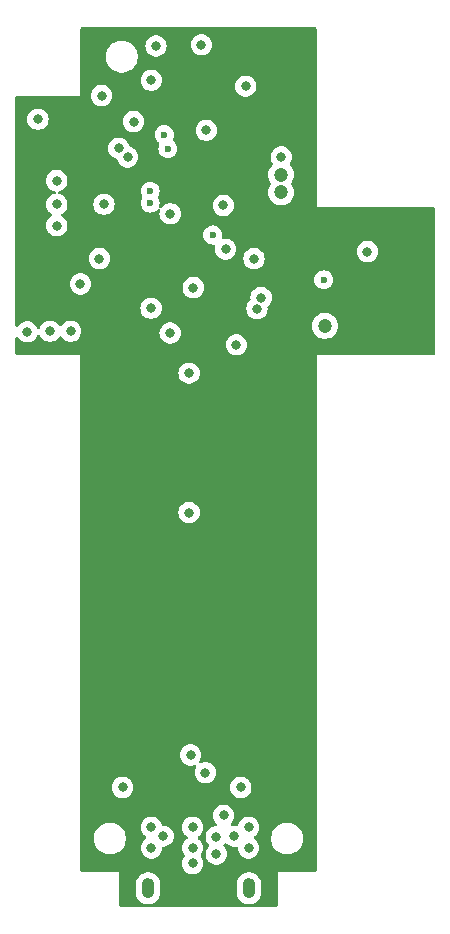
<source format=gbr>
%TF.GenerationSoftware,KiCad,Pcbnew,8.0.7*%
%TF.CreationDate,2024-12-24T11:10:27-06:00*%
%TF.ProjectId,room_environment_monitor,726f6f6d-5f65-46e7-9669-726f6e6d656e,rev?*%
%TF.SameCoordinates,Original*%
%TF.FileFunction,Copper,L3,Inr*%
%TF.FilePolarity,Positive*%
%FSLAX46Y46*%
G04 Gerber Fmt 4.6, Leading zero omitted, Abs format (unit mm)*
G04 Created by KiCad (PCBNEW 8.0.7) date 2024-12-24 11:10:27*
%MOMM*%
%LPD*%
G01*
G04 APERTURE LIST*
%TA.AperFunction,ComponentPad*%
%ADD10O,1.066800X1.701800*%
%TD*%
%TA.AperFunction,ViaPad*%
%ADD11C,0.800000*%
%TD*%
%TA.AperFunction,ViaPad*%
%ADD12C,1.200000*%
%TD*%
%TA.AperFunction,ViaPad*%
%ADD13C,0.600000*%
%TD*%
G04 APERTURE END LIST*
D10*
%TO.N,GND*%
%TO.C,P1*%
X14269999Y-1400003D03*
X5730001Y-1400003D03*
%TD*%
D11*
%TO.N,EN*%
X1600000Y51900000D03*
%TO.N,GND*%
X3575000Y7125000D03*
X-4500000Y45700000D03*
X-2575000Y45750000D03*
X7600000Y45600000D03*
D12*
X17000000Y57500000D03*
D11*
X9325000Y9875000D03*
X10575000Y8375000D03*
X6400000Y69900000D03*
X-2000000Y56500000D03*
X6000000Y3750000D03*
X13200000Y44600000D03*
X4500000Y63500000D03*
X7600000Y55700000D03*
X-2000000Y58500000D03*
X6000000Y2000000D03*
X15300000Y48600000D03*
X9550001Y49443800D03*
D12*
X20700000Y46200000D03*
D11*
X2000000Y56500000D03*
X9200000Y42200000D03*
X14250000Y3750000D03*
X5985081Y47695381D03*
X-2000000Y54700000D03*
X13000000Y3000000D03*
X14700000Y51900000D03*
X9200000Y30400000D03*
X13580000Y7130000D03*
X14250000Y2000000D03*
X7000000Y3000000D03*
X-825000Y45750000D03*
X12100000Y56400000D03*
%TO.N,BOOT*%
X4000000Y60500000D03*
%TO.N,+3V3*%
X11800000Y45100000D03*
X17000000Y44600000D03*
X12600000Y63925000D03*
X6400000Y65700000D03*
X8100000Y52300000D03*
X5075000Y11375000D03*
X13964711Y50443781D03*
X13020000Y65450000D03*
X7815962Y69826194D03*
X-4462299Y49437701D03*
X13200000Y46800000D03*
X5075000Y10375000D03*
X6325000Y11375000D03*
D13*
X10600000Y60900000D03*
D11*
X-2250000Y51750000D03*
X3600000Y65700000D03*
X17650000Y45437500D03*
X6000000Y45750000D03*
%TO.N,+5V*%
X10250000Y70000000D03*
D12*
X17000000Y59000000D03*
D11*
X9500000Y2000000D03*
X11500000Y2950000D03*
X9500000Y3750000D03*
X24300000Y52500000D03*
X11500000Y1500000D03*
%TO.N,NEOPIXEL*%
X10657911Y62763492D03*
X3250000Y61250000D03*
D13*
%TO.N,UART1_RX*%
X7400000Y61200000D03*
X5900000Y56600000D03*
%TO.N,FAN*%
X11200000Y53900000D03*
X20600000Y50100000D03*
%TO.N,UART1_TX_LVL*%
X7100000Y62400000D03*
X5900000Y57600000D03*
D11*
%TO.N,I2C_SDA*%
X12300000Y52700000D03*
X14949051Y47664137D03*
%TO.N,Net-(P1-VCONN)*%
X12120000Y4750000D03*
X9500000Y700000D03*
%TO.N,Net-(J3-Pin_5)*%
X1800000Y65700000D03*
%TO.N,Net-(J3-Pin_6)*%
X-3600000Y63700000D03*
%TO.N,Net-(J2-Pin_2)*%
X17000000Y60500000D03*
X14000000Y66500000D03*
%TO.N,PD*%
X6000000Y67000000D03*
X0Y49750000D03*
%TD*%
%TA.AperFunction,Conductor*%
%TO.N,+3V3*%
G36*
X19943039Y71480315D02*
G01*
X19988794Y71427511D01*
X20000000Y71376000D01*
X20000000Y56250000D01*
X29876000Y56250000D01*
X29943039Y56230315D01*
X29988794Y56177511D01*
X30000000Y56126000D01*
X30000000Y43874000D01*
X29980315Y43806961D01*
X29927511Y43761206D01*
X29876000Y43750000D01*
X20000000Y43750000D01*
X20000000Y124000D01*
X19980315Y56961D01*
X19927511Y11206D01*
X19876000Y0D01*
X16700000Y0D01*
X16700000Y-2876000D01*
X16680315Y-2943039D01*
X16627511Y-2988794D01*
X16576000Y-3000000D01*
X3424000Y-3000000D01*
X3356961Y-2980315D01*
X3311206Y-2927511D01*
X3300000Y-2876000D01*
X3300000Y-980668D01*
X4696101Y-980668D01*
X4696101Y-1819337D01*
X4735831Y-2019073D01*
X4735834Y-2019085D01*
X4813766Y-2207231D01*
X4813773Y-2207244D01*
X4926917Y-2376575D01*
X4926920Y-2376579D01*
X5070924Y-2520583D01*
X5070928Y-2520586D01*
X5240259Y-2633730D01*
X5240272Y-2633737D01*
X5428418Y-2711669D01*
X5428423Y-2711671D01*
X5628166Y-2751402D01*
X5628170Y-2751403D01*
X5628171Y-2751403D01*
X5831832Y-2751403D01*
X5831833Y-2751402D01*
X6031579Y-2711671D01*
X6219736Y-2633734D01*
X6389074Y-2520586D01*
X6533084Y-2376576D01*
X6646232Y-2207238D01*
X6724169Y-2019081D01*
X6763901Y-1819333D01*
X6763901Y-980673D01*
X6763900Y-980668D01*
X13236099Y-980668D01*
X13236099Y-1819337D01*
X13275829Y-2019073D01*
X13275832Y-2019085D01*
X13353764Y-2207231D01*
X13353771Y-2207244D01*
X13466915Y-2376575D01*
X13466918Y-2376579D01*
X13610922Y-2520583D01*
X13610926Y-2520586D01*
X13780257Y-2633730D01*
X13780270Y-2633737D01*
X13968416Y-2711669D01*
X13968421Y-2711671D01*
X14168164Y-2751402D01*
X14168168Y-2751403D01*
X14168169Y-2751403D01*
X14371830Y-2751403D01*
X14371831Y-2751402D01*
X14571577Y-2711671D01*
X14759734Y-2633734D01*
X14929072Y-2520586D01*
X15073082Y-2376576D01*
X15186230Y-2207238D01*
X15264167Y-2019081D01*
X15303899Y-1819333D01*
X15303899Y-980673D01*
X15264167Y-780925D01*
X15264165Y-780920D01*
X15186233Y-592774D01*
X15186226Y-592761D01*
X15073082Y-423430D01*
X15073079Y-423426D01*
X14929075Y-279422D01*
X14929071Y-279419D01*
X14759740Y-166275D01*
X14759727Y-166268D01*
X14571581Y-88336D01*
X14571569Y-88333D01*
X14371833Y-48603D01*
X14371829Y-48603D01*
X14168169Y-48603D01*
X14168164Y-48603D01*
X13968428Y-88333D01*
X13968416Y-88336D01*
X13780270Y-166268D01*
X13780257Y-166275D01*
X13610926Y-279419D01*
X13610922Y-279422D01*
X13466918Y-423426D01*
X13466915Y-423430D01*
X13353771Y-592761D01*
X13353764Y-592774D01*
X13275832Y-780920D01*
X13275829Y-780932D01*
X13236099Y-980668D01*
X6763900Y-980668D01*
X6724169Y-780925D01*
X6724167Y-780920D01*
X6646235Y-592774D01*
X6646228Y-592761D01*
X6533084Y-423430D01*
X6533081Y-423426D01*
X6389077Y-279422D01*
X6389073Y-279419D01*
X6219742Y-166275D01*
X6219729Y-166268D01*
X6031583Y-88336D01*
X6031571Y-88333D01*
X5831835Y-48603D01*
X5831831Y-48603D01*
X5628171Y-48603D01*
X5628166Y-48603D01*
X5428430Y-88333D01*
X5428418Y-88336D01*
X5240272Y-166268D01*
X5240259Y-166275D01*
X5070928Y-279419D01*
X5070924Y-279422D01*
X4926920Y-423426D01*
X4926917Y-423430D01*
X4813773Y-592761D01*
X4813766Y-592774D01*
X4735834Y-780920D01*
X4735831Y-780932D01*
X4696101Y-980668D01*
X3300000Y-980668D01*
X3300000Y0D01*
X124000Y0D01*
X56961Y19685D01*
X11206Y72489D01*
X0Y124000D01*
X0Y2906287D01*
X1149500Y2906287D01*
X1149500Y2693714D01*
X1167237Y2581723D01*
X1182754Y2483757D01*
X1239870Y2307972D01*
X1248444Y2281586D01*
X1344951Y2092180D01*
X1469890Y1920214D01*
X1620213Y1769891D01*
X1792179Y1644952D01*
X1792181Y1644951D01*
X1792184Y1644949D01*
X1981588Y1548443D01*
X2183757Y1482754D01*
X2393713Y1449500D01*
X2393714Y1449500D01*
X2606286Y1449500D01*
X2606287Y1449500D01*
X2816243Y1482754D01*
X3018412Y1548443D01*
X3207816Y1644949D01*
X3229789Y1660914D01*
X3379786Y1769891D01*
X3379788Y1769894D01*
X3379792Y1769896D01*
X3530104Y1920208D01*
X3530106Y1920212D01*
X3530109Y1920214D01*
X3655048Y2092180D01*
X3655047Y2092180D01*
X3655051Y2092184D01*
X3751557Y2281588D01*
X3817246Y2483757D01*
X3850500Y2693713D01*
X3850500Y2906287D01*
X3817246Y3116243D01*
X3751557Y3318412D01*
X3655051Y3507816D01*
X3655049Y3507819D01*
X3655048Y3507821D01*
X3530109Y3679787D01*
X3459896Y3750000D01*
X5094540Y3750000D01*
X5114326Y3561744D01*
X5114327Y3561741D01*
X5172818Y3381723D01*
X5172821Y3381716D01*
X5267467Y3217784D01*
X5339071Y3138260D01*
X5394129Y3077112D01*
X5534236Y2975318D01*
X5576902Y2919988D01*
X5582881Y2850375D01*
X5550275Y2788580D01*
X5534236Y2774682D01*
X5394129Y2672889D01*
X5267466Y2532215D01*
X5172821Y2368285D01*
X5172818Y2368278D01*
X5114327Y2188260D01*
X5114326Y2188256D01*
X5094540Y2000000D01*
X5114326Y1811744D01*
X5114327Y1811741D01*
X5172818Y1631723D01*
X5172821Y1631716D01*
X5267467Y1467784D01*
X5391512Y1330019D01*
X5394129Y1327112D01*
X5547265Y1215852D01*
X5547270Y1215849D01*
X5720192Y1138858D01*
X5720197Y1138856D01*
X5905354Y1099500D01*
X5905355Y1099500D01*
X6094644Y1099500D01*
X6094646Y1099500D01*
X6279803Y1138856D01*
X6452730Y1215849D01*
X6605871Y1327112D01*
X6732533Y1467784D01*
X6827179Y1631716D01*
X6885674Y1811744D01*
X6904247Y1988464D01*
X6930832Y2053076D01*
X6988129Y2093061D01*
X7027568Y2099500D01*
X7094644Y2099500D01*
X7094646Y2099500D01*
X7279803Y2138856D01*
X7452730Y2215849D01*
X7605871Y2327112D01*
X7732533Y2467784D01*
X7827179Y2631716D01*
X7885674Y2811744D01*
X7905460Y3000000D01*
X7885674Y3188256D01*
X7827179Y3368284D01*
X7732533Y3532216D01*
X7605871Y3672888D01*
X7605870Y3672889D01*
X7499736Y3750000D01*
X8594540Y3750000D01*
X8614326Y3561744D01*
X8614327Y3561741D01*
X8672818Y3381723D01*
X8672821Y3381716D01*
X8767467Y3217784D01*
X8839071Y3138260D01*
X8894129Y3077112D01*
X9034236Y2975318D01*
X9076902Y2919988D01*
X9082881Y2850375D01*
X9050275Y2788580D01*
X9034236Y2774682D01*
X8894129Y2672889D01*
X8767466Y2532215D01*
X8672821Y2368285D01*
X8672818Y2368278D01*
X8614327Y2188260D01*
X8614326Y2188256D01*
X8594540Y2000000D01*
X8614326Y1811744D01*
X8614327Y1811741D01*
X8672818Y1631723D01*
X8672821Y1631716D01*
X8767467Y1467784D01*
X8783930Y1449500D01*
X8798812Y1432971D01*
X8829041Y1369979D01*
X8820415Y1300644D01*
X8798812Y1267029D01*
X8767466Y1232215D01*
X8672821Y1068285D01*
X8672818Y1068278D01*
X8640166Y967784D01*
X8614326Y888256D01*
X8594540Y700000D01*
X8614326Y511744D01*
X8614327Y511741D01*
X8672818Y331723D01*
X8672821Y331716D01*
X8767467Y167784D01*
X8867253Y56961D01*
X8894129Y27112D01*
X9047265Y-84148D01*
X9047270Y-84151D01*
X9220192Y-161142D01*
X9220197Y-161144D01*
X9405354Y-200500D01*
X9405355Y-200500D01*
X9594644Y-200500D01*
X9594646Y-200500D01*
X9779803Y-161144D01*
X9952730Y-84151D01*
X10105871Y27112D01*
X10232533Y167784D01*
X10327179Y331716D01*
X10385674Y511744D01*
X10405460Y700000D01*
X10385674Y888256D01*
X10327179Y1068284D01*
X10232533Y1232216D01*
X10201188Y1267028D01*
X10170958Y1330019D01*
X10179583Y1399355D01*
X10201188Y1432972D01*
X10202915Y1434891D01*
X10232533Y1467784D01*
X10327179Y1631716D01*
X10385674Y1811744D01*
X10405460Y2000000D01*
X10385674Y2188256D01*
X10327179Y2368284D01*
X10232533Y2532216D01*
X10105871Y2672888D01*
X10077206Y2693714D01*
X9965763Y2774682D01*
X9923097Y2830012D01*
X9917118Y2899625D01*
X9943697Y2950000D01*
X10594540Y2950000D01*
X10614326Y2761744D01*
X10614327Y2761741D01*
X10672818Y2581723D01*
X10672821Y2581716D01*
X10767467Y2417784D01*
X10787839Y2395159D01*
X10866342Y2307972D01*
X10896572Y2244980D01*
X10887947Y2175645D01*
X10866342Y2142028D01*
X10767466Y2032215D01*
X10672821Y1868285D01*
X10672818Y1868278D01*
X10614327Y1688260D01*
X10614326Y1688256D01*
X10594540Y1500000D01*
X10614326Y1311744D01*
X10614327Y1311741D01*
X10672818Y1131723D01*
X10672821Y1131716D01*
X10767467Y967784D01*
X10839071Y888260D01*
X10894129Y827112D01*
X11047265Y715852D01*
X11047270Y715849D01*
X11220192Y638858D01*
X11220197Y638856D01*
X11405354Y599500D01*
X11405355Y599500D01*
X11594644Y599500D01*
X11594646Y599500D01*
X11779803Y638856D01*
X11952730Y715849D01*
X12105871Y827112D01*
X12232533Y967784D01*
X12327179Y1131716D01*
X12385674Y1311744D01*
X12405460Y1500000D01*
X12385674Y1688256D01*
X12327179Y1868284D01*
X12232533Y2032216D01*
X12133655Y2142031D01*
X12103427Y2205019D01*
X12112052Y2274354D01*
X12133655Y2307970D01*
X12180361Y2359843D01*
X12239847Y2396490D01*
X12309704Y2395159D01*
X12364660Y2359841D01*
X12394129Y2327112D01*
X12547265Y2215852D01*
X12547270Y2215849D01*
X12720192Y2138858D01*
X12720197Y2138856D01*
X12905354Y2099500D01*
X12905355Y2099500D01*
X13094644Y2099500D01*
X13094646Y2099500D01*
X13194760Y2120780D01*
X13264426Y2115464D01*
X13320160Y2073327D01*
X13344265Y2007747D01*
X13344515Y2000241D01*
X13344540Y2000002D01*
X13344540Y2000000D01*
X13364326Y1811744D01*
X13364327Y1811741D01*
X13422818Y1631723D01*
X13422821Y1631716D01*
X13517467Y1467784D01*
X13641512Y1330019D01*
X13644129Y1327112D01*
X13797265Y1215852D01*
X13797270Y1215849D01*
X13970192Y1138858D01*
X13970197Y1138856D01*
X14155354Y1099500D01*
X14155355Y1099500D01*
X14344644Y1099500D01*
X14344646Y1099500D01*
X14529803Y1138856D01*
X14702730Y1215849D01*
X14855871Y1327112D01*
X14982533Y1467784D01*
X15077179Y1631716D01*
X15135674Y1811744D01*
X15155460Y2000000D01*
X15135674Y2188256D01*
X15077179Y2368284D01*
X14982533Y2532216D01*
X14855871Y2672888D01*
X14827206Y2693714D01*
X14715763Y2774682D01*
X14673097Y2830012D01*
X14667118Y2899625D01*
X14670633Y2906287D01*
X16149500Y2906287D01*
X16149500Y2693714D01*
X16167237Y2581723D01*
X16182754Y2483757D01*
X16239870Y2307972D01*
X16248444Y2281586D01*
X16344951Y2092180D01*
X16469890Y1920214D01*
X16620213Y1769891D01*
X16792179Y1644952D01*
X16792181Y1644951D01*
X16792184Y1644949D01*
X16981588Y1548443D01*
X17183757Y1482754D01*
X17393713Y1449500D01*
X17393714Y1449500D01*
X17606286Y1449500D01*
X17606287Y1449500D01*
X17816243Y1482754D01*
X18018412Y1548443D01*
X18207816Y1644949D01*
X18229789Y1660914D01*
X18379786Y1769891D01*
X18379788Y1769894D01*
X18379792Y1769896D01*
X18530104Y1920208D01*
X18530106Y1920212D01*
X18530109Y1920214D01*
X18655048Y2092180D01*
X18655047Y2092180D01*
X18655051Y2092184D01*
X18751557Y2281588D01*
X18817246Y2483757D01*
X18850500Y2693713D01*
X18850500Y2906287D01*
X18817246Y3116243D01*
X18751557Y3318412D01*
X18655051Y3507816D01*
X18655049Y3507819D01*
X18655048Y3507821D01*
X18530109Y3679787D01*
X18379786Y3830110D01*
X18207820Y3955049D01*
X18018414Y4051556D01*
X18018413Y4051557D01*
X18018412Y4051557D01*
X17816243Y4117246D01*
X17816241Y4117247D01*
X17816240Y4117247D01*
X17654957Y4142792D01*
X17606287Y4150500D01*
X17393713Y4150500D01*
X17345042Y4142792D01*
X17183760Y4117247D01*
X16981585Y4051556D01*
X16792179Y3955049D01*
X16620213Y3830110D01*
X16469890Y3679787D01*
X16344951Y3507821D01*
X16248444Y3318415D01*
X16182753Y3116240D01*
X16149500Y2906287D01*
X14670633Y2906287D01*
X14699723Y2961420D01*
X14715763Y2975318D01*
X14749735Y3000000D01*
X14855871Y3077112D01*
X14982533Y3217784D01*
X15077179Y3381716D01*
X15135674Y3561744D01*
X15155460Y3750000D01*
X15135674Y3938256D01*
X15077179Y4118284D01*
X14982533Y4282216D01*
X14855871Y4422888D01*
X14855870Y4422889D01*
X14702734Y4534149D01*
X14702729Y4534152D01*
X14529807Y4611143D01*
X14529802Y4611145D01*
X14384001Y4642135D01*
X14344646Y4650500D01*
X14155354Y4650500D01*
X14122897Y4643602D01*
X13970197Y4611145D01*
X13970192Y4611143D01*
X13797270Y4534152D01*
X13797265Y4534149D01*
X13644129Y4422889D01*
X13517466Y4282215D01*
X13422821Y4118285D01*
X13422819Y4118281D01*
X13369930Y3955505D01*
X13330492Y3897830D01*
X13266133Y3870632D01*
X13226219Y3872534D01*
X13094646Y3900500D01*
X12905354Y3900500D01*
X12860020Y3890864D01*
X12790353Y3896181D01*
X12734620Y3938319D01*
X12710516Y4003900D01*
X12725694Y4072101D01*
X12742084Y4095119D01*
X12852533Y4217784D01*
X12947179Y4381716D01*
X13005674Y4561744D01*
X13025460Y4750000D01*
X13005674Y4938256D01*
X12947179Y5118284D01*
X12852533Y5282216D01*
X12725871Y5422888D01*
X12725870Y5422889D01*
X12572734Y5534149D01*
X12572729Y5534152D01*
X12399807Y5611143D01*
X12399802Y5611145D01*
X12254001Y5642135D01*
X12214646Y5650500D01*
X12025354Y5650500D01*
X11992897Y5643602D01*
X11840197Y5611145D01*
X11840192Y5611143D01*
X11667270Y5534152D01*
X11667265Y5534149D01*
X11514129Y5422889D01*
X11387466Y5282215D01*
X11292821Y5118285D01*
X11292818Y5118278D01*
X11234327Y4938260D01*
X11234326Y4938256D01*
X11214540Y4750000D01*
X11234326Y4561744D01*
X11234327Y4561741D01*
X11292818Y4381723D01*
X11292821Y4381716D01*
X11387467Y4217784D01*
X11477060Y4118281D01*
X11514129Y4077112D01*
X11514132Y4077110D01*
X11517287Y4074817D01*
X11518670Y4073023D01*
X11518958Y4072764D01*
X11518910Y4072712D01*
X11559953Y4019487D01*
X11565931Y3949873D01*
X11533324Y3888079D01*
X11472485Y3853722D01*
X11444401Y3850500D01*
X11405354Y3850500D01*
X11372897Y3843602D01*
X11220197Y3811145D01*
X11220192Y3811143D01*
X11047270Y3734152D01*
X11047265Y3734149D01*
X10894129Y3622889D01*
X10767466Y3482215D01*
X10672821Y3318285D01*
X10672818Y3318278D01*
X10640166Y3217784D01*
X10614326Y3138256D01*
X10594540Y2950000D01*
X9943697Y2950000D01*
X9949723Y2961420D01*
X9965763Y2975318D01*
X9999735Y3000000D01*
X10105871Y3077112D01*
X10232533Y3217784D01*
X10327179Y3381716D01*
X10385674Y3561744D01*
X10405460Y3750000D01*
X10385674Y3938256D01*
X10327179Y4118284D01*
X10232533Y4282216D01*
X10105871Y4422888D01*
X10105870Y4422889D01*
X9952734Y4534149D01*
X9952729Y4534152D01*
X9779807Y4611143D01*
X9779802Y4611145D01*
X9634001Y4642135D01*
X9594646Y4650500D01*
X9405354Y4650500D01*
X9372897Y4643602D01*
X9220197Y4611145D01*
X9220192Y4611143D01*
X9047270Y4534152D01*
X9047265Y4534149D01*
X8894129Y4422889D01*
X8767466Y4282215D01*
X8672821Y4118285D01*
X8672818Y4118278D01*
X8614346Y3938319D01*
X8614326Y3938256D01*
X8594540Y3750000D01*
X7499736Y3750000D01*
X7452734Y3784149D01*
X7452729Y3784152D01*
X7279807Y3861143D01*
X7279802Y3861145D01*
X7107207Y3897830D01*
X7094646Y3900500D01*
X6988033Y3900500D01*
X6920994Y3920185D01*
X6875239Y3972989D01*
X6870102Y3986182D01*
X6827181Y4118278D01*
X6827180Y4118281D01*
X6827179Y4118284D01*
X6732533Y4282216D01*
X6605871Y4422888D01*
X6605870Y4422889D01*
X6452734Y4534149D01*
X6452729Y4534152D01*
X6279807Y4611143D01*
X6279802Y4611145D01*
X6134001Y4642135D01*
X6094646Y4650500D01*
X5905354Y4650500D01*
X5872897Y4643602D01*
X5720197Y4611145D01*
X5720192Y4611143D01*
X5547270Y4534152D01*
X5547265Y4534149D01*
X5394129Y4422889D01*
X5267466Y4282215D01*
X5172821Y4118285D01*
X5172818Y4118278D01*
X5114346Y3938319D01*
X5114326Y3938256D01*
X5094540Y3750000D01*
X3459896Y3750000D01*
X3379786Y3830110D01*
X3207820Y3955049D01*
X3018414Y4051556D01*
X3018413Y4051557D01*
X3018412Y4051557D01*
X2816243Y4117246D01*
X2816241Y4117247D01*
X2816240Y4117247D01*
X2654957Y4142792D01*
X2606287Y4150500D01*
X2393713Y4150500D01*
X2345042Y4142792D01*
X2183760Y4117247D01*
X1981585Y4051556D01*
X1792179Y3955049D01*
X1620213Y3830110D01*
X1469890Y3679787D01*
X1344951Y3507821D01*
X1248444Y3318415D01*
X1182753Y3116240D01*
X1149500Y2906287D01*
X0Y2906287D01*
X0Y7125000D01*
X2669540Y7125000D01*
X2689326Y6936744D01*
X2689327Y6936741D01*
X2747818Y6756723D01*
X2747821Y6756716D01*
X2842467Y6592784D01*
X2964627Y6457112D01*
X2969129Y6452112D01*
X3122265Y6340852D01*
X3122270Y6340849D01*
X3295192Y6263858D01*
X3295197Y6263856D01*
X3480354Y6224500D01*
X3480355Y6224500D01*
X3669644Y6224500D01*
X3669646Y6224500D01*
X3854803Y6263856D01*
X4027730Y6340849D01*
X4180871Y6452112D01*
X4307533Y6592784D01*
X4402179Y6756716D01*
X4460674Y6936744D01*
X4480460Y7125000D01*
X4479934Y7130000D01*
X12674540Y7130000D01*
X12694326Y6941744D01*
X12694327Y6941741D01*
X12752818Y6761723D01*
X12752821Y6761716D01*
X12847467Y6597784D01*
X12974129Y6457112D01*
X13127265Y6345852D01*
X13127270Y6345849D01*
X13300192Y6268858D01*
X13300197Y6268856D01*
X13485354Y6229500D01*
X13485355Y6229500D01*
X13674644Y6229500D01*
X13674646Y6229500D01*
X13859803Y6268856D01*
X14032730Y6345849D01*
X14185871Y6457112D01*
X14312533Y6597784D01*
X14407179Y6761716D01*
X14465674Y6941744D01*
X14485460Y7130000D01*
X14465674Y7318256D01*
X14407179Y7498284D01*
X14312533Y7662216D01*
X14185871Y7802888D01*
X14130959Y7842784D01*
X14032734Y7914149D01*
X14032729Y7914152D01*
X13859807Y7991143D01*
X13859802Y7991145D01*
X13698169Y8025500D01*
X13674646Y8030500D01*
X13485354Y8030500D01*
X13461831Y8025500D01*
X13300197Y7991145D01*
X13300192Y7991143D01*
X13127270Y7914152D01*
X13127265Y7914149D01*
X12974129Y7802889D01*
X12847466Y7662215D01*
X12752821Y7498285D01*
X12752818Y7498278D01*
X12694327Y7318260D01*
X12694326Y7318256D01*
X12674540Y7130000D01*
X4479934Y7130000D01*
X4460674Y7313256D01*
X4402179Y7493284D01*
X4307533Y7657216D01*
X4180871Y7797888D01*
X4119077Y7842784D01*
X4027734Y7909149D01*
X4027729Y7909152D01*
X3854807Y7986143D01*
X3854802Y7986145D01*
X3709001Y8017135D01*
X3669646Y8025500D01*
X3480354Y8025500D01*
X3447897Y8018602D01*
X3295197Y7986145D01*
X3295192Y7986143D01*
X3122270Y7909152D01*
X3122265Y7909149D01*
X2969129Y7797889D01*
X2842466Y7657215D01*
X2747821Y7493285D01*
X2747818Y7493278D01*
X2689327Y7313260D01*
X2689326Y7313256D01*
X2669540Y7125000D01*
X0Y7125000D01*
X0Y9875000D01*
X8419540Y9875000D01*
X8439326Y9686744D01*
X8439327Y9686741D01*
X8497818Y9506723D01*
X8497819Y9506721D01*
X8497821Y9506716D01*
X8592467Y9342784D01*
X8688487Y9236143D01*
X8719129Y9202112D01*
X8872265Y9090852D01*
X8872270Y9090849D01*
X9045192Y9013858D01*
X9045197Y9013856D01*
X9230354Y8974500D01*
X9230355Y8974500D01*
X9419644Y8974500D01*
X9419646Y8974500D01*
X9604803Y9013856D01*
X9642224Y9030518D01*
X9658928Y9037954D01*
X9728178Y9047239D01*
X9791454Y9017611D01*
X9828668Y8958477D01*
X9828004Y8888610D01*
X9816751Y8862675D01*
X9747821Y8743285D01*
X9747818Y8743278D01*
X9689327Y8563260D01*
X9689326Y8563256D01*
X9669540Y8375000D01*
X9689326Y8186744D01*
X9689327Y8186741D01*
X9747818Y8006723D01*
X9747821Y8006716D01*
X9842467Y7842784D01*
X9878389Y7802889D01*
X9969129Y7702112D01*
X10122265Y7590852D01*
X10122270Y7590849D01*
X10295192Y7513858D01*
X10295197Y7513856D01*
X10480354Y7474500D01*
X10480355Y7474500D01*
X10669644Y7474500D01*
X10669646Y7474500D01*
X10854803Y7513856D01*
X11027730Y7590849D01*
X11180871Y7702112D01*
X11307533Y7842784D01*
X11402179Y8006716D01*
X11460674Y8186744D01*
X11480460Y8375000D01*
X11460674Y8563256D01*
X11402179Y8743284D01*
X11307533Y8907216D01*
X11180871Y9047888D01*
X11180870Y9047889D01*
X11027734Y9159149D01*
X11027729Y9159152D01*
X10854807Y9236143D01*
X10854802Y9236145D01*
X10709001Y9267135D01*
X10669646Y9275500D01*
X10480354Y9275500D01*
X10447897Y9268602D01*
X10295197Y9236145D01*
X10295192Y9236143D01*
X10241069Y9212046D01*
X10171819Y9202762D01*
X10108543Y9232391D01*
X10071330Y9291527D01*
X10071996Y9361393D01*
X10083242Y9387315D01*
X10152179Y9506716D01*
X10210674Y9686744D01*
X10230460Y9875000D01*
X10210674Y10063256D01*
X10152179Y10243284D01*
X10057533Y10407216D01*
X9930871Y10547888D01*
X9930870Y10547889D01*
X9777734Y10659149D01*
X9777729Y10659152D01*
X9604807Y10736143D01*
X9604802Y10736145D01*
X9459001Y10767135D01*
X9419646Y10775500D01*
X9230354Y10775500D01*
X9197897Y10768602D01*
X9045197Y10736145D01*
X9045192Y10736143D01*
X8872270Y10659152D01*
X8872265Y10659149D01*
X8719129Y10547889D01*
X8592466Y10407215D01*
X8497821Y10243285D01*
X8497818Y10243278D01*
X8439327Y10063260D01*
X8439326Y10063256D01*
X8419540Y9875000D01*
X0Y9875000D01*
X0Y30400000D01*
X8294540Y30400000D01*
X8314326Y30211744D01*
X8314327Y30211741D01*
X8372818Y30031723D01*
X8372821Y30031716D01*
X8467467Y29867784D01*
X8594129Y29727112D01*
X8747265Y29615852D01*
X8747270Y29615849D01*
X8920192Y29538858D01*
X8920197Y29538856D01*
X9105354Y29499500D01*
X9105355Y29499500D01*
X9294644Y29499500D01*
X9294646Y29499500D01*
X9479803Y29538856D01*
X9652730Y29615849D01*
X9805871Y29727112D01*
X9932533Y29867784D01*
X10027179Y30031716D01*
X10085674Y30211744D01*
X10105460Y30400000D01*
X10085674Y30588256D01*
X10027179Y30768284D01*
X9932533Y30932216D01*
X9805871Y31072888D01*
X9805870Y31072889D01*
X9652734Y31184149D01*
X9652729Y31184152D01*
X9479807Y31261143D01*
X9479802Y31261145D01*
X9334001Y31292135D01*
X9294646Y31300500D01*
X9105354Y31300500D01*
X9072897Y31293602D01*
X8920197Y31261145D01*
X8920192Y31261143D01*
X8747270Y31184152D01*
X8747265Y31184149D01*
X8594129Y31072889D01*
X8467466Y30932215D01*
X8372821Y30768285D01*
X8372818Y30768278D01*
X8314327Y30588260D01*
X8314326Y30588256D01*
X8294540Y30400000D01*
X0Y30400000D01*
X0Y42200000D01*
X8294540Y42200000D01*
X8314326Y42011744D01*
X8314327Y42011741D01*
X8372818Y41831723D01*
X8372821Y41831716D01*
X8467467Y41667784D01*
X8594129Y41527112D01*
X8747265Y41415852D01*
X8747270Y41415849D01*
X8920192Y41338858D01*
X8920197Y41338856D01*
X9105354Y41299500D01*
X9105355Y41299500D01*
X9294644Y41299500D01*
X9294646Y41299500D01*
X9479803Y41338856D01*
X9652730Y41415849D01*
X9805871Y41527112D01*
X9932533Y41667784D01*
X10027179Y41831716D01*
X10085674Y42011744D01*
X10105460Y42200000D01*
X10085674Y42388256D01*
X10027179Y42568284D01*
X9932533Y42732216D01*
X9805871Y42872888D01*
X9805870Y42872889D01*
X9652734Y42984149D01*
X9652729Y42984152D01*
X9479807Y43061143D01*
X9479802Y43061145D01*
X9334001Y43092135D01*
X9294646Y43100500D01*
X9105354Y43100500D01*
X9072897Y43093602D01*
X8920197Y43061145D01*
X8920192Y43061143D01*
X8747270Y42984152D01*
X8747265Y42984149D01*
X8594129Y42872889D01*
X8467466Y42732215D01*
X8372821Y42568285D01*
X8372818Y42568278D01*
X8314327Y42388260D01*
X8314326Y42388256D01*
X8294540Y42200000D01*
X0Y42200000D01*
X0Y43750000D01*
X-5376000Y43750000D01*
X-5443039Y43769685D01*
X-5488794Y43822489D01*
X-5500000Y43874000D01*
X-5500000Y44600000D01*
X12294540Y44600000D01*
X12314326Y44411744D01*
X12314327Y44411741D01*
X12372818Y44231723D01*
X12372821Y44231716D01*
X12467467Y44067784D01*
X12594129Y43927112D01*
X12747265Y43815852D01*
X12747270Y43815849D01*
X12920192Y43738858D01*
X12920197Y43738856D01*
X13105354Y43699500D01*
X13105355Y43699500D01*
X13294644Y43699500D01*
X13294646Y43699500D01*
X13479803Y43738856D01*
X13652730Y43815849D01*
X13805871Y43927112D01*
X13932533Y44067784D01*
X14027179Y44231716D01*
X14085674Y44411744D01*
X14105460Y44600000D01*
X14085674Y44788256D01*
X14027179Y44968284D01*
X13932533Y45132216D01*
X13805871Y45272888D01*
X13805870Y45272889D01*
X13652734Y45384149D01*
X13652729Y45384152D01*
X13479807Y45461143D01*
X13479802Y45461145D01*
X13320004Y45495110D01*
X13294646Y45500500D01*
X13105354Y45500500D01*
X13079996Y45495110D01*
X12920197Y45461145D01*
X12920192Y45461143D01*
X12747270Y45384152D01*
X12747265Y45384149D01*
X12594129Y45272889D01*
X12467466Y45132215D01*
X12372821Y44968285D01*
X12372818Y44968278D01*
X12317979Y44799500D01*
X12314326Y44788256D01*
X12294540Y44600000D01*
X-5500000Y44600000D01*
X-5500000Y45168277D01*
X-5480315Y45235316D01*
X-5427511Y45281071D01*
X-5358353Y45291015D01*
X-5294797Y45261990D01*
X-5268615Y45230279D01*
X-5232818Y45168277D01*
X-5232533Y45167784D01*
X-5105871Y45027112D01*
X-4952735Y44915852D01*
X-4952730Y44915849D01*
X-4779808Y44838858D01*
X-4779803Y44838856D01*
X-4594646Y44799500D01*
X-4594645Y44799500D01*
X-4405356Y44799500D01*
X-4405354Y44799500D01*
X-4220197Y44838856D01*
X-4047270Y44915849D01*
X-3894129Y45027112D01*
X-3767467Y45167784D01*
X-3672821Y45331716D01*
X-3647308Y45410237D01*
X-3607873Y45467911D01*
X-3543514Y45495110D01*
X-3474668Y45483196D01*
X-3423191Y45435952D01*
X-3411448Y45410239D01*
X-3402183Y45381724D01*
X-3402179Y45381716D01*
X-3307533Y45217784D01*
X-3234773Y45136976D01*
X-3180871Y45077112D01*
X-3027735Y44965852D01*
X-3027730Y44965849D01*
X-2854808Y44888858D01*
X-2854803Y44888856D01*
X-2669646Y44849500D01*
X-2669645Y44849500D01*
X-2480356Y44849500D01*
X-2480354Y44849500D01*
X-2295197Y44888856D01*
X-2122270Y44965849D01*
X-1969129Y45077112D01*
X-1842467Y45217784D01*
X-1807387Y45278546D01*
X-1756821Y45326760D01*
X-1688214Y45339984D01*
X-1623349Y45314016D01*
X-1592615Y45278547D01*
X-1564745Y45230276D01*
X-1557533Y45217784D01*
X-1430871Y45077112D01*
X-1277735Y44965852D01*
X-1277730Y44965849D01*
X-1104808Y44888858D01*
X-1104803Y44888856D01*
X-919646Y44849500D01*
X-919645Y44849500D01*
X-730356Y44849500D01*
X-730354Y44849500D01*
X-545197Y44888856D01*
X-372270Y44965849D01*
X-219129Y45077112D01*
X-92467Y45217784D01*
X2179Y45381716D01*
X60674Y45561744D01*
X64695Y45600000D01*
X6694540Y45600000D01*
X6714326Y45411744D01*
X6714327Y45411741D01*
X6772818Y45231723D01*
X6772821Y45231716D01*
X6867467Y45067784D01*
X6957063Y44968278D01*
X6994129Y44927112D01*
X7147265Y44815852D01*
X7147270Y44815849D01*
X7320192Y44738858D01*
X7320197Y44738856D01*
X7505354Y44699500D01*
X7505355Y44699500D01*
X7694644Y44699500D01*
X7694646Y44699500D01*
X7879803Y44738856D01*
X8052730Y44815849D01*
X8205871Y44927112D01*
X8332533Y45067784D01*
X8427179Y45231716D01*
X8485674Y45411744D01*
X8505460Y45600000D01*
X8485674Y45788256D01*
X8427179Y45968284D01*
X8332533Y46132216D01*
X8271499Y46200001D01*
X19594785Y46200001D01*
X19594785Y46200000D01*
X19613602Y45996918D01*
X19669417Y45800753D01*
X19669422Y45800740D01*
X19760327Y45618179D01*
X19883237Y45455419D01*
X20033958Y45318020D01*
X20033960Y45318018D01*
X20106848Y45272888D01*
X20207363Y45210652D01*
X20397544Y45136976D01*
X20598024Y45099500D01*
X20598026Y45099500D01*
X20801974Y45099500D01*
X20801976Y45099500D01*
X21002456Y45136976D01*
X21192637Y45210652D01*
X21366041Y45318019D01*
X21494122Y45434781D01*
X21516762Y45455419D01*
X21521085Y45461143D01*
X21639673Y45618179D01*
X21730582Y45800750D01*
X21786397Y45996917D01*
X21805215Y46200000D01*
X21786397Y46403083D01*
X21730582Y46599250D01*
X21639673Y46781821D01*
X21516764Y46944579D01*
X21516762Y46944582D01*
X21366041Y47081981D01*
X21366039Y47081983D01*
X21192642Y47189345D01*
X21192635Y47189349D01*
X21097546Y47226186D01*
X21002456Y47263024D01*
X20801976Y47300500D01*
X20598024Y47300500D01*
X20397544Y47263024D01*
X20397541Y47263024D01*
X20397541Y47263023D01*
X20207364Y47189349D01*
X20207357Y47189345D01*
X20033960Y47081983D01*
X20033958Y47081981D01*
X19883237Y46944582D01*
X19760327Y46781822D01*
X19669422Y46599261D01*
X19669417Y46599248D01*
X19613602Y46403083D01*
X19594785Y46200001D01*
X8271499Y46200001D01*
X8205871Y46272888D01*
X8205870Y46272889D01*
X8052734Y46384149D01*
X8052729Y46384152D01*
X7879807Y46461143D01*
X7879802Y46461145D01*
X7734001Y46492135D01*
X7694646Y46500500D01*
X7505354Y46500500D01*
X7472897Y46493602D01*
X7320197Y46461145D01*
X7320192Y46461143D01*
X7147270Y46384152D01*
X7147265Y46384149D01*
X6994129Y46272889D01*
X6867466Y46132215D01*
X6772821Y45968285D01*
X6772818Y45968278D01*
X6718382Y45800740D01*
X6714326Y45788256D01*
X6694540Y45600000D01*
X64695Y45600000D01*
X80460Y45750000D01*
X60674Y45938256D01*
X2179Y46118284D01*
X-92467Y46282216D01*
X-219129Y46422888D01*
X-219130Y46422889D01*
X-372266Y46534149D01*
X-372271Y46534152D01*
X-545193Y46611143D01*
X-545198Y46611145D01*
X-690999Y46642135D01*
X-730354Y46650500D01*
X-919646Y46650500D01*
X-952103Y46643602D01*
X-1104803Y46611145D01*
X-1104808Y46611143D01*
X-1277730Y46534152D01*
X-1277735Y46534149D01*
X-1430871Y46422889D01*
X-1557534Y46282215D01*
X-1592613Y46221456D01*
X-1643180Y46173240D01*
X-1711787Y46160017D01*
X-1776652Y46185985D01*
X-1807387Y46221456D01*
X-1818451Y46240619D01*
X-1842467Y46282216D01*
X-1969129Y46422888D01*
X-1969130Y46422889D01*
X-2122266Y46534149D01*
X-2122271Y46534152D01*
X-2295193Y46611143D01*
X-2295198Y46611145D01*
X-2440999Y46642135D01*
X-2480354Y46650500D01*
X-2669646Y46650500D01*
X-2702103Y46643602D01*
X-2854803Y46611145D01*
X-2854808Y46611143D01*
X-3027730Y46534152D01*
X-3027735Y46534149D01*
X-3180871Y46422889D01*
X-3307534Y46282215D01*
X-3402179Y46118285D01*
X-3402182Y46118278D01*
X-3427692Y46039765D01*
X-3467130Y45982089D01*
X-3531488Y45954891D01*
X-3600335Y45966806D01*
X-3651810Y46014050D01*
X-3663554Y46039764D01*
X-3672820Y46068281D01*
X-3672821Y46068282D01*
X-3672821Y46068284D01*
X-3767467Y46232216D01*
X-3894129Y46372888D01*
X-3909631Y46384151D01*
X-4047266Y46484149D01*
X-4047271Y46484152D01*
X-4220193Y46561143D01*
X-4220198Y46561145D01*
X-4365999Y46592135D01*
X-4405354Y46600500D01*
X-4594646Y46600500D01*
X-4627103Y46593602D01*
X-4779803Y46561145D01*
X-4779808Y46561143D01*
X-4952730Y46484152D01*
X-4952735Y46484149D01*
X-5105871Y46372889D01*
X-5232535Y46232215D01*
X-5268613Y46169724D01*
X-5319180Y46121508D01*
X-5387787Y46108285D01*
X-5452652Y46134253D01*
X-5493180Y46191167D01*
X-5500000Y46231724D01*
X-5500000Y47695381D01*
X5079621Y47695381D01*
X5099407Y47507125D01*
X5099408Y47507122D01*
X5157899Y47327104D01*
X5157902Y47327097D01*
X5252548Y47163165D01*
X5325645Y47081983D01*
X5379210Y47022493D01*
X5532346Y46911233D01*
X5532351Y46911230D01*
X5705273Y46834239D01*
X5705278Y46834237D01*
X5890435Y46794881D01*
X5890436Y46794881D01*
X6079725Y46794881D01*
X6079727Y46794881D01*
X6264884Y46834237D01*
X6437811Y46911230D01*
X6590952Y47022493D01*
X6717614Y47163165D01*
X6812260Y47327097D01*
X6870755Y47507125D01*
X6887257Y47664137D01*
X14043591Y47664137D01*
X14063377Y47475881D01*
X14063378Y47475878D01*
X14121869Y47295860D01*
X14121872Y47295853D01*
X14216518Y47131921D01*
X14315048Y47022493D01*
X14343180Y46991249D01*
X14496316Y46879989D01*
X14496321Y46879986D01*
X14669243Y46802995D01*
X14669248Y46802993D01*
X14854405Y46763637D01*
X14854406Y46763637D01*
X15043695Y46763637D01*
X15043697Y46763637D01*
X15228854Y46802993D01*
X15401781Y46879986D01*
X15554922Y46991249D01*
X15681584Y47131921D01*
X15776230Y47295853D01*
X15834725Y47475881D01*
X15854511Y47664137D01*
X15839959Y47802594D01*
X15852527Y47871318D01*
X15890394Y47915868D01*
X15905871Y47927112D01*
X16032533Y48067784D01*
X16127179Y48231716D01*
X16185674Y48411744D01*
X16205460Y48600000D01*
X16185674Y48788256D01*
X16127179Y48968284D01*
X16032533Y49132216D01*
X15905871Y49272888D01*
X15905870Y49272889D01*
X15752734Y49384149D01*
X15752729Y49384152D01*
X15579807Y49461143D01*
X15579802Y49461145D01*
X15434001Y49492135D01*
X15394646Y49500500D01*
X15205354Y49500500D01*
X15172897Y49493602D01*
X15020197Y49461145D01*
X15020192Y49461143D01*
X14847270Y49384152D01*
X14847265Y49384149D01*
X14694129Y49272889D01*
X14567466Y49132215D01*
X14472821Y48968285D01*
X14472818Y48968278D01*
X14414327Y48788260D01*
X14414326Y48788256D01*
X14400810Y48659652D01*
X14394540Y48600000D01*
X14409091Y48461549D01*
X14396521Y48392819D01*
X14358660Y48348274D01*
X14343185Y48337031D01*
X14343174Y48337021D01*
X14216517Y48196352D01*
X14121872Y48032422D01*
X14121869Y48032415D01*
X14063378Y47852397D01*
X14063377Y47852393D01*
X14043591Y47664137D01*
X6887257Y47664137D01*
X6890541Y47695381D01*
X6870755Y47883637D01*
X6812260Y48063665D01*
X6717614Y48227597D01*
X6590952Y48368269D01*
X6531114Y48411744D01*
X6437815Y48479530D01*
X6437810Y48479533D01*
X6264888Y48556524D01*
X6264883Y48556526D01*
X6119082Y48587516D01*
X6079727Y48595881D01*
X5890435Y48595881D01*
X5857978Y48588983D01*
X5705278Y48556526D01*
X5705273Y48556524D01*
X5532351Y48479533D01*
X5532346Y48479530D01*
X5379210Y48368270D01*
X5252547Y48227596D01*
X5157902Y48063666D01*
X5157899Y48063659D01*
X5099408Y47883641D01*
X5099407Y47883637D01*
X5079621Y47695381D01*
X-5500000Y47695381D01*
X-5500000Y49750000D01*
X-905460Y49750000D01*
X-885674Y49561744D01*
X-885673Y49561741D01*
X-827182Y49381723D01*
X-827179Y49381716D01*
X-732533Y49217784D01*
X-655487Y49132216D01*
X-605871Y49077112D01*
X-452735Y48965852D01*
X-452730Y48965849D01*
X-279808Y48888858D01*
X-279803Y48888856D01*
X-94646Y48849500D01*
X-94645Y48849500D01*
X94644Y48849500D01*
X94646Y48849500D01*
X279803Y48888856D01*
X452730Y48965849D01*
X605871Y49077112D01*
X732533Y49217784D01*
X827179Y49381716D01*
X847351Y49443800D01*
X8644541Y49443800D01*
X8664327Y49255544D01*
X8664328Y49255541D01*
X8722819Y49075523D01*
X8722822Y49075516D01*
X8817468Y48911584D01*
X8873369Y48849500D01*
X8944130Y48770912D01*
X9097266Y48659652D01*
X9097271Y48659649D01*
X9270193Y48582658D01*
X9270198Y48582656D01*
X9455355Y48543300D01*
X9455356Y48543300D01*
X9644645Y48543300D01*
X9644647Y48543300D01*
X9829804Y48582656D01*
X10002731Y48659649D01*
X10155872Y48770912D01*
X10282534Y48911584D01*
X10377180Y49075516D01*
X10435675Y49255544D01*
X10455461Y49443800D01*
X10435675Y49632056D01*
X10377180Y49812084D01*
X10282534Y49976016D01*
X10170894Y50100004D01*
X19794435Y50100004D01*
X19794435Y50099997D01*
X19814630Y49920751D01*
X19814631Y49920746D01*
X19874211Y49750477D01*
X19970184Y49597738D01*
X20097738Y49470184D01*
X20112127Y49461143D01*
X20238522Y49381723D01*
X20250478Y49374211D01*
X20420745Y49314632D01*
X20420750Y49314631D01*
X20599996Y49294435D01*
X20600000Y49294435D01*
X20600004Y49294435D01*
X20779249Y49314631D01*
X20779252Y49314632D01*
X20779255Y49314632D01*
X20949522Y49374211D01*
X21102262Y49470184D01*
X21229816Y49597738D01*
X21325789Y49750478D01*
X21385368Y49920745D01*
X21387341Y49938256D01*
X21405565Y50099997D01*
X21405565Y50100004D01*
X21385369Y50279250D01*
X21385368Y50279255D01*
X21362608Y50344300D01*
X21325789Y50449522D01*
X21229816Y50602262D01*
X21102262Y50729816D01*
X20949523Y50825789D01*
X20779254Y50885369D01*
X20779249Y50885370D01*
X20600004Y50905565D01*
X20599996Y50905565D01*
X20420750Y50885370D01*
X20420745Y50885369D01*
X20250476Y50825789D01*
X20097737Y50729816D01*
X19970184Y50602263D01*
X19874211Y50449524D01*
X19814631Y50279255D01*
X19814630Y50279250D01*
X19794435Y50100004D01*
X10170894Y50100004D01*
X10155872Y50116688D01*
X10153684Y50118278D01*
X10002735Y50227949D01*
X10002730Y50227952D01*
X9829808Y50304943D01*
X9829803Y50304945D01*
X9684002Y50335935D01*
X9644647Y50344300D01*
X9455355Y50344300D01*
X9422898Y50337402D01*
X9270198Y50304945D01*
X9270193Y50304943D01*
X9097271Y50227952D01*
X9097266Y50227949D01*
X8944130Y50116689D01*
X8817467Y49976015D01*
X8722822Y49812085D01*
X8722819Y49812078D01*
X8664328Y49632060D01*
X8664327Y49632056D01*
X8644541Y49443800D01*
X847351Y49443800D01*
X885674Y49561744D01*
X905460Y49750000D01*
X885674Y49938256D01*
X827179Y50118284D01*
X732533Y50282216D01*
X605871Y50422888D01*
X605870Y50422889D01*
X452734Y50534149D01*
X452729Y50534152D01*
X279807Y50611143D01*
X279802Y50611145D01*
X134001Y50642135D01*
X94646Y50650500D01*
X-94646Y50650500D01*
X-127103Y50643602D01*
X-279803Y50611145D01*
X-279808Y50611143D01*
X-452730Y50534152D01*
X-452735Y50534149D01*
X-605871Y50422889D01*
X-732534Y50282215D01*
X-827179Y50118285D01*
X-827182Y50118278D01*
X-885673Y49938260D01*
X-885674Y49938256D01*
X-905460Y49750000D01*
X-5500000Y49750000D01*
X-5500000Y51900000D01*
X694540Y51900000D01*
X714326Y51711744D01*
X714327Y51711741D01*
X772818Y51531723D01*
X772821Y51531716D01*
X867467Y51367784D01*
X994129Y51227112D01*
X1147265Y51115852D01*
X1147270Y51115849D01*
X1320192Y51038858D01*
X1320197Y51038856D01*
X1505354Y50999500D01*
X1505355Y50999500D01*
X1694644Y50999500D01*
X1694646Y50999500D01*
X1879803Y51038856D01*
X2052730Y51115849D01*
X2205871Y51227112D01*
X2332533Y51367784D01*
X2427179Y51531716D01*
X2485674Y51711744D01*
X2505460Y51900000D01*
X2485674Y52088256D01*
X2427179Y52268284D01*
X2332533Y52432216D01*
X2205871Y52572888D01*
X2205870Y52572889D01*
X2052734Y52684149D01*
X2052729Y52684152D01*
X1879807Y52761143D01*
X1879802Y52761145D01*
X1734001Y52792135D01*
X1694646Y52800500D01*
X1505354Y52800500D01*
X1472897Y52793602D01*
X1320197Y52761145D01*
X1320192Y52761143D01*
X1147270Y52684152D01*
X1147265Y52684149D01*
X994129Y52572889D01*
X867466Y52432215D01*
X772821Y52268285D01*
X772818Y52268278D01*
X740166Y52167784D01*
X714326Y52088256D01*
X694540Y51900000D01*
X-5500000Y51900000D01*
X-5500000Y58500000D01*
X-2905460Y58500000D01*
X-2885674Y58311744D01*
X-2885673Y58311741D01*
X-2827182Y58131723D01*
X-2827179Y58131716D01*
X-2732533Y57967784D01*
X-2605871Y57827112D01*
X-2452735Y57715852D01*
X-2452730Y57715849D01*
X-2279808Y57638858D01*
X-2279803Y57638856D01*
X-2197161Y57621290D01*
X-2135679Y57588098D01*
X-2101903Y57526935D01*
X-2106555Y57457220D01*
X-2148160Y57401088D01*
X-2197161Y57378710D01*
X-2279803Y57361145D01*
X-2279808Y57361143D01*
X-2452730Y57284152D01*
X-2452735Y57284149D01*
X-2605871Y57172889D01*
X-2732534Y57032215D01*
X-2827179Y56868285D01*
X-2827182Y56868278D01*
X-2885673Y56688260D01*
X-2885674Y56688256D01*
X-2905460Y56500000D01*
X-2885674Y56311744D01*
X-2885673Y56311741D01*
X-2827182Y56131723D01*
X-2827179Y56131716D01*
X-2732533Y55967784D01*
X-2660931Y55888262D01*
X-2605871Y55827112D01*
X-2452735Y55715852D01*
X-2452733Y55715851D01*
X-2452730Y55715849D01*
X-2446957Y55713279D01*
X-2393720Y55668028D01*
X-2373400Y55601178D01*
X-2392446Y55533955D01*
X-2444813Y55487700D01*
X-2446928Y55486735D01*
X-2449849Y55485434D01*
X-2452733Y55484150D01*
X-2452735Y55484149D01*
X-2605871Y55372889D01*
X-2732534Y55232215D01*
X-2827179Y55068285D01*
X-2827182Y55068278D01*
X-2885673Y54888260D01*
X-2885674Y54888256D01*
X-2905460Y54700000D01*
X-2885674Y54511744D01*
X-2885673Y54511741D01*
X-2827182Y54331723D01*
X-2827179Y54331716D01*
X-2732533Y54167784D01*
X-2652821Y54079255D01*
X-2605871Y54027112D01*
X-2452735Y53915852D01*
X-2452730Y53915849D01*
X-2279808Y53838858D01*
X-2279803Y53838856D01*
X-2094646Y53799500D01*
X-2094645Y53799500D01*
X-1905356Y53799500D01*
X-1905354Y53799500D01*
X-1720197Y53838856D01*
X-1582858Y53900004D01*
X10394435Y53900004D01*
X10394435Y53899997D01*
X10414630Y53720751D01*
X10414631Y53720746D01*
X10474211Y53550477D01*
X10515886Y53484152D01*
X10570184Y53397738D01*
X10697738Y53270184D01*
X10850478Y53174211D01*
X11020745Y53114632D01*
X11020750Y53114631D01*
X11199996Y53094435D01*
X11200000Y53094435D01*
X11200004Y53094435D01*
X11300703Y53105781D01*
X11369524Y53093727D01*
X11420904Y53046377D01*
X11438528Y52978767D01*
X11432517Y52944243D01*
X11414326Y52888256D01*
X11394540Y52700000D01*
X11414326Y52511744D01*
X11414327Y52511741D01*
X11472818Y52331723D01*
X11472821Y52331716D01*
X11567467Y52167784D01*
X11599937Y52131723D01*
X11694129Y52027112D01*
X11847265Y51915852D01*
X11847270Y51915849D01*
X12020192Y51838858D01*
X12020197Y51838856D01*
X12205354Y51799500D01*
X12205355Y51799500D01*
X12394644Y51799500D01*
X12394646Y51799500D01*
X12579803Y51838856D01*
X12717133Y51900000D01*
X13794540Y51900000D01*
X13814326Y51711744D01*
X13814327Y51711741D01*
X13872818Y51531723D01*
X13872821Y51531716D01*
X13967467Y51367784D01*
X14094129Y51227112D01*
X14247265Y51115852D01*
X14247270Y51115849D01*
X14420192Y51038858D01*
X14420197Y51038856D01*
X14605354Y50999500D01*
X14605355Y50999500D01*
X14794644Y50999500D01*
X14794646Y50999500D01*
X14979803Y51038856D01*
X15152730Y51115849D01*
X15305871Y51227112D01*
X15432533Y51367784D01*
X15527179Y51531716D01*
X15585674Y51711744D01*
X15605460Y51900000D01*
X15585674Y52088256D01*
X15527179Y52268284D01*
X15432533Y52432216D01*
X15371500Y52500000D01*
X23394540Y52500000D01*
X23414326Y52311744D01*
X23414327Y52311741D01*
X23472818Y52131723D01*
X23472821Y52131716D01*
X23567467Y51967784D01*
X23683553Y51838858D01*
X23694129Y51827112D01*
X23847265Y51715852D01*
X23847270Y51715849D01*
X24020192Y51638858D01*
X24020197Y51638856D01*
X24205354Y51599500D01*
X24205355Y51599500D01*
X24394644Y51599500D01*
X24394646Y51599500D01*
X24579803Y51638856D01*
X24752730Y51715849D01*
X24905871Y51827112D01*
X25032533Y51967784D01*
X25127179Y52131716D01*
X25185674Y52311744D01*
X25205460Y52500000D01*
X25185674Y52688256D01*
X25127179Y52868284D01*
X25032533Y53032216D01*
X24905871Y53172888D01*
X24904049Y53174212D01*
X24752734Y53284149D01*
X24752729Y53284152D01*
X24579807Y53361143D01*
X24579802Y53361145D01*
X24407640Y53397738D01*
X24394646Y53400500D01*
X24205354Y53400500D01*
X24192360Y53397738D01*
X24020197Y53361145D01*
X24020192Y53361143D01*
X23847270Y53284152D01*
X23847265Y53284149D01*
X23694129Y53172889D01*
X23567466Y53032215D01*
X23472821Y52868285D01*
X23472818Y52868278D01*
X23418142Y52700000D01*
X23414326Y52688256D01*
X23394540Y52500000D01*
X15371500Y52500000D01*
X15305871Y52572888D01*
X15305870Y52572889D01*
X15152734Y52684149D01*
X15152729Y52684152D01*
X14979807Y52761143D01*
X14979802Y52761145D01*
X14834001Y52792135D01*
X14794646Y52800500D01*
X14605354Y52800500D01*
X14572897Y52793602D01*
X14420197Y52761145D01*
X14420192Y52761143D01*
X14247270Y52684152D01*
X14247265Y52684149D01*
X14094129Y52572889D01*
X13967466Y52432215D01*
X13872821Y52268285D01*
X13872818Y52268278D01*
X13840166Y52167784D01*
X13814326Y52088256D01*
X13794540Y51900000D01*
X12717133Y51900000D01*
X12752730Y51915849D01*
X12905871Y52027112D01*
X13032533Y52167784D01*
X13127179Y52331716D01*
X13185674Y52511744D01*
X13205460Y52700000D01*
X13185674Y52888256D01*
X13127179Y53068284D01*
X13032533Y53232216D01*
X12905871Y53372888D01*
X12871668Y53397738D01*
X12752734Y53484149D01*
X12752729Y53484152D01*
X12579807Y53561143D01*
X12579802Y53561145D01*
X12434001Y53592135D01*
X12394646Y53600500D01*
X12205354Y53600500D01*
X12205353Y53600500D01*
X12134350Y53585408D01*
X12064683Y53590724D01*
X12008950Y53632861D01*
X11984845Y53698441D01*
X11985350Y53720581D01*
X12005565Y53899997D01*
X12005565Y53900004D01*
X11985369Y54079250D01*
X11985368Y54079255D01*
X11925788Y54249524D01*
X11829815Y54402263D01*
X11702262Y54529816D01*
X11549523Y54625789D01*
X11379254Y54685369D01*
X11379249Y54685370D01*
X11200004Y54705565D01*
X11199996Y54705565D01*
X11020750Y54685370D01*
X11020745Y54685369D01*
X10850476Y54625789D01*
X10697737Y54529816D01*
X10570184Y54402263D01*
X10474211Y54249524D01*
X10414631Y54079255D01*
X10414630Y54079250D01*
X10394435Y53900004D01*
X-1582858Y53900004D01*
X-1547270Y53915849D01*
X-1394129Y54027112D01*
X-1267467Y54167784D01*
X-1172821Y54331716D01*
X-1114326Y54511744D01*
X-1094540Y54700000D01*
X-1114326Y54888256D01*
X-1172821Y55068284D01*
X-1267467Y55232216D01*
X-1394129Y55372888D01*
X-1394130Y55372889D01*
X-1547266Y55484149D01*
X-1547269Y55484150D01*
X-1547270Y55484151D01*
X-1553043Y55486721D01*
X-1606279Y55531969D01*
X-1626601Y55598818D01*
X-1607557Y55666042D01*
X-1555191Y55712298D01*
X-1553080Y55713263D01*
X-1547270Y55715849D01*
X-1394129Y55827112D01*
X-1267467Y55967784D01*
X-1172821Y56131716D01*
X-1114326Y56311744D01*
X-1094540Y56500000D01*
X1094540Y56500000D01*
X1114326Y56311744D01*
X1114327Y56311741D01*
X1172818Y56131723D01*
X1172821Y56131716D01*
X1267467Y55967784D01*
X1339069Y55888262D01*
X1394129Y55827112D01*
X1547265Y55715852D01*
X1547270Y55715849D01*
X1720192Y55638858D01*
X1720197Y55638856D01*
X1905354Y55599500D01*
X1905355Y55599500D01*
X2094644Y55599500D01*
X2094646Y55599500D01*
X2279803Y55638856D01*
X2452730Y55715849D01*
X2605871Y55827112D01*
X2732533Y55967784D01*
X2827179Y56131716D01*
X2885674Y56311744D01*
X2905460Y56500000D01*
X2885674Y56688256D01*
X2827179Y56868284D01*
X2732533Y57032216D01*
X2605871Y57172888D01*
X2590369Y57184151D01*
X2452734Y57284149D01*
X2452729Y57284152D01*
X2279807Y57361143D01*
X2279802Y57361145D01*
X2134001Y57392135D01*
X2094646Y57400500D01*
X1905354Y57400500D01*
X1872897Y57393602D01*
X1720197Y57361145D01*
X1720192Y57361143D01*
X1547270Y57284152D01*
X1547265Y57284149D01*
X1394129Y57172889D01*
X1267466Y57032215D01*
X1172821Y56868285D01*
X1172818Y56868278D01*
X1114327Y56688260D01*
X1114326Y56688256D01*
X1094540Y56500000D01*
X-1094540Y56500000D01*
X-1114326Y56688256D01*
X-1172821Y56868284D01*
X-1267467Y57032216D01*
X-1394129Y57172888D01*
X-1409631Y57184151D01*
X-1547266Y57284149D01*
X-1547271Y57284152D01*
X-1720193Y57361143D01*
X-1720200Y57361145D01*
X-1802839Y57378710D01*
X-1864321Y57411902D01*
X-1898098Y57473065D01*
X-1893446Y57542779D01*
X-1851842Y57598912D01*
X-1849451Y57600004D01*
X5094435Y57600004D01*
X5094435Y57599997D01*
X5114630Y57420751D01*
X5114633Y57420738D01*
X5174209Y57250480D01*
X5227309Y57165971D01*
X5246309Y57098734D01*
X5227309Y57034029D01*
X5174209Y56949521D01*
X5114633Y56779263D01*
X5114630Y56779250D01*
X5094435Y56600004D01*
X5094435Y56599997D01*
X5114630Y56420751D01*
X5114631Y56420746D01*
X5174211Y56250477D01*
X5244797Y56138141D01*
X5270184Y56097738D01*
X5397738Y55970184D01*
X5401558Y55967784D01*
X5528125Y55888256D01*
X5550478Y55874211D01*
X5685079Y55827112D01*
X5720745Y55814632D01*
X5720750Y55814631D01*
X5899996Y55794435D01*
X5900000Y55794435D01*
X5900004Y55794435D01*
X6079249Y55814631D01*
X6079252Y55814632D01*
X6079255Y55814632D01*
X6249522Y55874211D01*
X6402262Y55970184D01*
X6529816Y56097738D01*
X6529826Y56097756D01*
X6530018Y56097994D01*
X6530199Y56098122D01*
X6534740Y56102662D01*
X6535534Y56101868D01*
X6587202Y56138141D01*
X6657013Y56141000D01*
X6717287Y56105662D01*
X6748888Y56043347D01*
X6744906Y55982376D01*
X6714327Y55888262D01*
X6714327Y55888260D01*
X6714326Y55888256D01*
X6694540Y55700000D01*
X6714326Y55511744D01*
X6714327Y55511741D01*
X6772818Y55331723D01*
X6772821Y55331716D01*
X6867467Y55167784D01*
X6957063Y55068278D01*
X6994129Y55027112D01*
X7147265Y54915852D01*
X7147270Y54915849D01*
X7320192Y54838858D01*
X7320197Y54838856D01*
X7505354Y54799500D01*
X7505355Y54799500D01*
X7694644Y54799500D01*
X7694646Y54799500D01*
X7879803Y54838856D01*
X8052730Y54915849D01*
X8205871Y55027112D01*
X8332533Y55167784D01*
X8427179Y55331716D01*
X8485674Y55511744D01*
X8505460Y55700000D01*
X8485674Y55888256D01*
X8427179Y56068284D01*
X8332533Y56232216D01*
X8205871Y56372888D01*
X8169243Y56399500D01*
X8168555Y56400000D01*
X11194540Y56400000D01*
X11214326Y56211744D01*
X11214327Y56211741D01*
X11272818Y56031723D01*
X11272821Y56031716D01*
X11367467Y55867784D01*
X11433511Y55794435D01*
X11494129Y55727112D01*
X11647265Y55615852D01*
X11647270Y55615849D01*
X11820192Y55538858D01*
X11820197Y55538856D01*
X12005354Y55499500D01*
X12005355Y55499500D01*
X12194644Y55499500D01*
X12194646Y55499500D01*
X12379803Y55538856D01*
X12552730Y55615849D01*
X12705871Y55727112D01*
X12832533Y55867784D01*
X12927179Y56031716D01*
X12985674Y56211744D01*
X13005460Y56400000D01*
X12985674Y56588256D01*
X12927179Y56768284D01*
X12832533Y56932216D01*
X12705871Y57072888D01*
X12670297Y57098734D01*
X12552734Y57184149D01*
X12552729Y57184152D01*
X12379807Y57261143D01*
X12379802Y57261145D01*
X12234001Y57292135D01*
X12194646Y57300500D01*
X12005354Y57300500D01*
X11972897Y57293602D01*
X11820197Y57261145D01*
X11820192Y57261143D01*
X11647270Y57184152D01*
X11647265Y57184149D01*
X11494129Y57072889D01*
X11367466Y56932215D01*
X11272821Y56768285D01*
X11272818Y56768278D01*
X11223996Y56618018D01*
X11214326Y56588256D01*
X11194540Y56400000D01*
X8168555Y56400000D01*
X8052734Y56484149D01*
X8052729Y56484152D01*
X7879807Y56561143D01*
X7879802Y56561145D01*
X7697012Y56599997D01*
X7694646Y56600500D01*
X7505354Y56600500D01*
X7502988Y56599997D01*
X7320197Y56561145D01*
X7320192Y56561143D01*
X7147270Y56484152D01*
X7147265Y56484149D01*
X6994129Y56372889D01*
X6994128Y56372888D01*
X6874806Y56240368D01*
X6815320Y56203720D01*
X6745463Y56205051D01*
X6687415Y56243938D01*
X6659605Y56308035D01*
X6665616Y56364297D01*
X6685367Y56420741D01*
X6685369Y56420751D01*
X6705565Y56599997D01*
X6705565Y56600004D01*
X6685369Y56779250D01*
X6685368Y56779255D01*
X6625788Y56949525D01*
X6572691Y57034027D01*
X6553690Y57101264D01*
X6572691Y57165973D01*
X6625788Y57250476D01*
X6625789Y57250478D01*
X6685368Y57420745D01*
X6704224Y57588098D01*
X6705565Y57599997D01*
X6705565Y57600004D01*
X6685369Y57779250D01*
X6685368Y57779255D01*
X6668622Y57827112D01*
X6625789Y57949522D01*
X6529816Y58102262D01*
X6402262Y58229816D01*
X6378767Y58244579D01*
X6249523Y58325789D01*
X6079254Y58385369D01*
X6079249Y58385370D01*
X5900004Y58405565D01*
X5899996Y58405565D01*
X5720750Y58385370D01*
X5720745Y58385369D01*
X5550476Y58325789D01*
X5397737Y58229816D01*
X5270184Y58102263D01*
X5174211Y57949524D01*
X5114631Y57779255D01*
X5114630Y57779250D01*
X5094435Y57600004D01*
X-1849451Y57600004D01*
X-1802839Y57621290D01*
X-1796799Y57622574D01*
X-1720197Y57638856D01*
X-1547270Y57715849D01*
X-1394129Y57827112D01*
X-1267467Y57967784D01*
X-1172821Y58131716D01*
X-1114326Y58311744D01*
X-1094540Y58500000D01*
X-1114326Y58688256D01*
X-1172821Y58868284D01*
X-1248868Y59000001D01*
X15894785Y59000001D01*
X15894785Y59000000D01*
X15913602Y58796918D01*
X15969417Y58600753D01*
X15969422Y58600740D01*
X16060328Y58418176D01*
X16130898Y58324726D01*
X16155590Y58259365D01*
X16141025Y58191030D01*
X16130898Y58175274D01*
X16060328Y58081825D01*
X15969422Y57899261D01*
X15969417Y57899248D01*
X15913602Y57703083D01*
X15894785Y57500001D01*
X15894785Y57500000D01*
X15913602Y57296918D01*
X15969417Y57100753D01*
X15969422Y57100740D01*
X16060327Y56918179D01*
X16183237Y56755419D01*
X16333958Y56618020D01*
X16333960Y56618018D01*
X16382028Y56588256D01*
X16507363Y56510652D01*
X16697544Y56436976D01*
X16898024Y56399500D01*
X16898026Y56399500D01*
X17101974Y56399500D01*
X17101976Y56399500D01*
X17302456Y56436976D01*
X17492637Y56510652D01*
X17666041Y56618019D01*
X17816764Y56755421D01*
X17939673Y56918179D01*
X18030582Y57100750D01*
X18086397Y57296917D01*
X18105215Y57500000D01*
X18095948Y57600004D01*
X18086397Y57703083D01*
X18051107Y57827112D01*
X18030582Y57899250D01*
X17939673Y58081821D01*
X17869100Y58175275D01*
X17844409Y58240634D01*
X17858974Y58308969D01*
X17869098Y58324724D01*
X17939673Y58418179D01*
X18030582Y58600750D01*
X18086397Y58796917D01*
X18105215Y59000000D01*
X18086397Y59203083D01*
X18030582Y59399250D01*
X17939673Y59581821D01*
X17816764Y59744579D01*
X17816762Y59744582D01*
X17750540Y59804951D01*
X17714258Y59864662D01*
X17716019Y59934510D01*
X17729875Y59961815D01*
X17729284Y59962156D01*
X17753071Y60003358D01*
X17827179Y60131716D01*
X17885674Y60311744D01*
X17905460Y60500000D01*
X17885674Y60688256D01*
X17827179Y60868284D01*
X17732533Y61032216D01*
X17605871Y61172888D01*
X17568559Y61199997D01*
X17452734Y61284149D01*
X17452729Y61284152D01*
X17279807Y61361143D01*
X17279802Y61361145D01*
X17134001Y61392135D01*
X17094646Y61400500D01*
X16905354Y61400500D01*
X16872897Y61393602D01*
X16720197Y61361145D01*
X16720192Y61361143D01*
X16547270Y61284152D01*
X16547265Y61284149D01*
X16394129Y61172889D01*
X16267466Y61032215D01*
X16172821Y60868285D01*
X16172818Y60868278D01*
X16123921Y60717786D01*
X16114326Y60688256D01*
X16094540Y60500000D01*
X16114326Y60311744D01*
X16114327Y60311741D01*
X16172818Y60131723D01*
X16172821Y60131716D01*
X16270716Y59962156D01*
X16269169Y59961264D01*
X16289719Y59903660D01*
X16273890Y59835607D01*
X16249460Y59804952D01*
X16183238Y59744582D01*
X16060327Y59581822D01*
X15969422Y59399261D01*
X15969417Y59399248D01*
X15913602Y59203083D01*
X15894785Y59000001D01*
X-1248868Y59000001D01*
X-1267467Y59032216D01*
X-1394129Y59172888D01*
X-1394130Y59172889D01*
X-1547266Y59284149D01*
X-1547271Y59284152D01*
X-1720193Y59361143D01*
X-1720198Y59361145D01*
X-1865999Y59392135D01*
X-1905354Y59400500D01*
X-2094646Y59400500D01*
X-2127103Y59393602D01*
X-2279803Y59361145D01*
X-2279808Y59361143D01*
X-2452730Y59284152D01*
X-2452735Y59284149D01*
X-2605871Y59172889D01*
X-2732534Y59032215D01*
X-2827179Y58868285D01*
X-2827182Y58868278D01*
X-2850368Y58796917D01*
X-2885674Y58688256D01*
X-2905460Y58500000D01*
X-5500000Y58500000D01*
X-5500000Y61250000D01*
X2344540Y61250000D01*
X2364326Y61061744D01*
X2364327Y61061741D01*
X2422818Y60881723D01*
X2422821Y60881716D01*
X2517467Y60717784D01*
X2644129Y60577112D01*
X2797265Y60465852D01*
X2797270Y60465849D01*
X2957666Y60394435D01*
X2970197Y60388856D01*
X3028080Y60376553D01*
X3089558Y60343363D01*
X3120227Y60293582D01*
X3172818Y60131723D01*
X3172821Y60131716D01*
X3267467Y59967784D01*
X3325205Y59903660D01*
X3394129Y59827112D01*
X3547265Y59715852D01*
X3547270Y59715849D01*
X3720192Y59638858D01*
X3720197Y59638856D01*
X3905354Y59599500D01*
X3905355Y59599500D01*
X4094644Y59599500D01*
X4094646Y59599500D01*
X4279803Y59638856D01*
X4452730Y59715849D01*
X4605871Y59827112D01*
X4732533Y59967784D01*
X4827179Y60131716D01*
X4885674Y60311744D01*
X4905460Y60500000D01*
X4885674Y60688256D01*
X4827179Y60868284D01*
X4732533Y61032216D01*
X4605871Y61172888D01*
X4568559Y61199997D01*
X4452734Y61284149D01*
X4452729Y61284152D01*
X4279807Y61361143D01*
X4279803Y61361144D01*
X4221921Y61373448D01*
X4160439Y61406641D01*
X4129772Y61456420D01*
X4077181Y61618279D01*
X4077178Y61618285D01*
X3982533Y61782216D01*
X3855871Y61922888D01*
X3851878Y61925789D01*
X3702734Y62034149D01*
X3702729Y62034152D01*
X3529807Y62111143D01*
X3529802Y62111145D01*
X3384001Y62142135D01*
X3344646Y62150500D01*
X3155354Y62150500D01*
X3122897Y62143602D01*
X2970197Y62111145D01*
X2970192Y62111143D01*
X2797270Y62034152D01*
X2797265Y62034149D01*
X2644129Y61922889D01*
X2517466Y61782215D01*
X2422821Y61618285D01*
X2422818Y61618278D01*
X2370228Y61456420D01*
X2364326Y61438256D01*
X2344540Y61250000D01*
X-5500000Y61250000D01*
X-5500000Y62400004D01*
X6294435Y62400004D01*
X6294435Y62399997D01*
X6314630Y62220751D01*
X6314631Y62220746D01*
X6374211Y62050477D01*
X6470184Y61897738D01*
X6597740Y61770182D01*
X6646974Y61739247D01*
X6693266Y61686913D01*
X6703915Y61617859D01*
X6685999Y61568285D01*
X6674210Y61549522D01*
X6614633Y61379263D01*
X6614630Y61379250D01*
X6594435Y61200004D01*
X6594435Y61199997D01*
X6614630Y61020751D01*
X6614631Y61020746D01*
X6674211Y60850477D01*
X6757587Y60717786D01*
X6770184Y60697738D01*
X6897738Y60570184D01*
X7050478Y60474211D01*
X7220745Y60414632D01*
X7220750Y60414631D01*
X7399996Y60394435D01*
X7400000Y60394435D01*
X7400004Y60394435D01*
X7579249Y60414631D01*
X7579252Y60414632D01*
X7579255Y60414632D01*
X7749522Y60474211D01*
X7902262Y60570184D01*
X8029816Y60697738D01*
X8125789Y60850478D01*
X8185368Y61020745D01*
X8185369Y61020751D01*
X8205565Y61199997D01*
X8205565Y61200004D01*
X8185369Y61379250D01*
X8185368Y61379255D01*
X8125788Y61549524D01*
X8047816Y61673615D01*
X8029816Y61702262D01*
X7902262Y61829816D01*
X7902260Y61829818D01*
X7853022Y61860756D01*
X7806732Y61913090D01*
X7796084Y61982144D01*
X7814001Y62031718D01*
X7825789Y62050478D01*
X7885368Y62220745D01*
X7905565Y62400000D01*
X7885821Y62575233D01*
X7885369Y62579250D01*
X7885368Y62579255D01*
X7864512Y62638858D01*
X7825789Y62749522D01*
X7817011Y62763492D01*
X9752451Y62763492D01*
X9772237Y62575236D01*
X9772238Y62575233D01*
X9830729Y62395215D01*
X9830732Y62395208D01*
X9925378Y62231276D01*
X10033545Y62111145D01*
X10052040Y62090604D01*
X10205176Y61979344D01*
X10205181Y61979341D01*
X10378103Y61902350D01*
X10378108Y61902348D01*
X10563265Y61862992D01*
X10563266Y61862992D01*
X10752555Y61862992D01*
X10752557Y61862992D01*
X10937714Y61902348D01*
X11110641Y61979341D01*
X11263782Y62090604D01*
X11390444Y62231276D01*
X11485090Y62395208D01*
X11543585Y62575236D01*
X11563371Y62763492D01*
X11543585Y62951748D01*
X11487035Y63125789D01*
X11485092Y63131770D01*
X11485091Y63131771D01*
X11485090Y63131776D01*
X11390444Y63295708D01*
X11263782Y63436380D01*
X11263781Y63436381D01*
X11110645Y63547641D01*
X11110640Y63547644D01*
X10937718Y63624635D01*
X10937713Y63624637D01*
X10791912Y63655627D01*
X10752557Y63663992D01*
X10563265Y63663992D01*
X10530808Y63657094D01*
X10378108Y63624637D01*
X10378103Y63624635D01*
X10205181Y63547644D01*
X10205176Y63547641D01*
X10052040Y63436381D01*
X9925377Y63295707D01*
X9830732Y63131777D01*
X9830729Y63131770D01*
X9796724Y63027112D01*
X9772237Y62951748D01*
X9752451Y62763492D01*
X7817011Y62763492D01*
X7729816Y62902262D01*
X7602262Y63029816D01*
X7449523Y63125789D01*
X7279254Y63185369D01*
X7279249Y63185370D01*
X7100004Y63205565D01*
X7099996Y63205565D01*
X6920750Y63185370D01*
X6920745Y63185369D01*
X6750476Y63125789D01*
X6597737Y63029816D01*
X6470184Y62902263D01*
X6374211Y62749524D01*
X6314631Y62579255D01*
X6314630Y62579250D01*
X6294435Y62400004D01*
X-5500000Y62400004D01*
X-5500000Y63700000D01*
X-4505460Y63700000D01*
X-4485674Y63511744D01*
X-4485673Y63511741D01*
X-4427182Y63331723D01*
X-4427179Y63331716D01*
X-4332533Y63167784D01*
X-4300063Y63131723D01*
X-4205871Y63027112D01*
X-4052735Y62915852D01*
X-4052730Y62915849D01*
X-3879808Y62838858D01*
X-3879803Y62838856D01*
X-3694646Y62799500D01*
X-3694645Y62799500D01*
X-3505356Y62799500D01*
X-3505354Y62799500D01*
X-3320197Y62838856D01*
X-3147270Y62915849D01*
X-2994129Y63027112D01*
X-2867467Y63167784D01*
X-2772821Y63331716D01*
X-2718142Y63500000D01*
X3594540Y63500000D01*
X3614326Y63311744D01*
X3614327Y63311741D01*
X3672818Y63131723D01*
X3672821Y63131716D01*
X3767467Y62967784D01*
X3883553Y62838858D01*
X3894129Y62827112D01*
X4047265Y62715852D01*
X4047270Y62715849D01*
X4220192Y62638858D01*
X4220197Y62638856D01*
X4405354Y62599500D01*
X4405355Y62599500D01*
X4594644Y62599500D01*
X4594646Y62599500D01*
X4779803Y62638856D01*
X4952730Y62715849D01*
X5105871Y62827112D01*
X5232533Y62967784D01*
X5327179Y63131716D01*
X5385674Y63311744D01*
X5405460Y63500000D01*
X5385674Y63688256D01*
X5327179Y63868284D01*
X5232533Y64032216D01*
X5105871Y64172888D01*
X5105870Y64172889D01*
X4952734Y64284149D01*
X4952729Y64284152D01*
X4779807Y64361143D01*
X4779802Y64361145D01*
X4634001Y64392135D01*
X4594646Y64400500D01*
X4405354Y64400500D01*
X4372897Y64393602D01*
X4220197Y64361145D01*
X4220192Y64361143D01*
X4047270Y64284152D01*
X4047265Y64284149D01*
X3894129Y64172889D01*
X3767466Y64032215D01*
X3672821Y63868285D01*
X3672818Y63868278D01*
X3618142Y63700000D01*
X3614326Y63688256D01*
X3594540Y63500000D01*
X-2718142Y63500000D01*
X-2714326Y63511744D01*
X-2694540Y63700000D01*
X-2714326Y63888256D01*
X-2772821Y64068284D01*
X-2867467Y64232216D01*
X-2994129Y64372888D01*
X-2994130Y64372889D01*
X-3147266Y64484149D01*
X-3147271Y64484152D01*
X-3320193Y64561143D01*
X-3320198Y64561145D01*
X-3465999Y64592135D01*
X-3505354Y64600500D01*
X-3694646Y64600500D01*
X-3727103Y64593602D01*
X-3879803Y64561145D01*
X-3879808Y64561143D01*
X-4052730Y64484152D01*
X-4052735Y64484149D01*
X-4205871Y64372889D01*
X-4332534Y64232215D01*
X-4427179Y64068285D01*
X-4427182Y64068278D01*
X-4485673Y63888260D01*
X-4485674Y63888256D01*
X-4505460Y63700000D01*
X-5500000Y63700000D01*
X-5500000Y65576000D01*
X-5480315Y65643039D01*
X-5427511Y65688794D01*
X-5376000Y65700000D01*
X0Y65700000D01*
X894540Y65700000D01*
X914326Y65511744D01*
X914327Y65511741D01*
X972818Y65331723D01*
X972821Y65331716D01*
X1067467Y65167784D01*
X1194129Y65027112D01*
X1347265Y64915852D01*
X1347270Y64915849D01*
X1520192Y64838858D01*
X1520197Y64838856D01*
X1705354Y64799500D01*
X1705355Y64799500D01*
X1894644Y64799500D01*
X1894646Y64799500D01*
X2079803Y64838856D01*
X2252730Y64915849D01*
X2405871Y65027112D01*
X2532533Y65167784D01*
X2627179Y65331716D01*
X2685674Y65511744D01*
X2705460Y65700000D01*
X2685674Y65888256D01*
X2627179Y66068284D01*
X2532533Y66232216D01*
X2405871Y66372888D01*
X2405870Y66372889D01*
X2252734Y66484149D01*
X2252729Y66484152D01*
X2079807Y66561143D01*
X2079802Y66561145D01*
X1934001Y66592135D01*
X1894646Y66600500D01*
X1705354Y66600500D01*
X1672897Y66593602D01*
X1520197Y66561145D01*
X1520192Y66561143D01*
X1347270Y66484152D01*
X1347265Y66484149D01*
X1194129Y66372889D01*
X1067466Y66232215D01*
X972821Y66068285D01*
X972818Y66068278D01*
X940166Y65967784D01*
X914326Y65888256D01*
X894540Y65700000D01*
X0Y65700000D01*
X0Y67000000D01*
X5094540Y67000000D01*
X5114326Y66811744D01*
X5114327Y66811741D01*
X5172818Y66631723D01*
X5172821Y66631716D01*
X5267467Y66467784D01*
X5352911Y66372889D01*
X5394129Y66327112D01*
X5547265Y66215852D01*
X5547270Y66215849D01*
X5720192Y66138858D01*
X5720197Y66138856D01*
X5905354Y66099500D01*
X5905355Y66099500D01*
X6094644Y66099500D01*
X6094646Y66099500D01*
X6279803Y66138856D01*
X6452730Y66215849D01*
X6605871Y66327112D01*
X6732533Y66467784D01*
X6751133Y66500000D01*
X13094540Y66500000D01*
X13114326Y66311744D01*
X13114327Y66311741D01*
X13172818Y66131723D01*
X13172821Y66131716D01*
X13267467Y65967784D01*
X13339071Y65888260D01*
X13394129Y65827112D01*
X13547265Y65715852D01*
X13547270Y65715849D01*
X13720192Y65638858D01*
X13720197Y65638856D01*
X13905354Y65599500D01*
X13905355Y65599500D01*
X14094644Y65599500D01*
X14094646Y65599500D01*
X14279803Y65638856D01*
X14452730Y65715849D01*
X14605871Y65827112D01*
X14732533Y65967784D01*
X14827179Y66131716D01*
X14885674Y66311744D01*
X14905460Y66500000D01*
X14885674Y66688256D01*
X14827179Y66868284D01*
X14732533Y67032216D01*
X14605871Y67172888D01*
X14584719Y67188256D01*
X14452734Y67284149D01*
X14452729Y67284152D01*
X14279807Y67361143D01*
X14279802Y67361145D01*
X14134001Y67392135D01*
X14094646Y67400500D01*
X13905354Y67400500D01*
X13872897Y67393602D01*
X13720197Y67361145D01*
X13720192Y67361143D01*
X13547270Y67284152D01*
X13547265Y67284149D01*
X13394129Y67172889D01*
X13267466Y67032215D01*
X13172821Y66868285D01*
X13172818Y66868278D01*
X13114327Y66688260D01*
X13114326Y66688256D01*
X13094540Y66500000D01*
X6751133Y66500000D01*
X6827179Y66631716D01*
X6885674Y66811744D01*
X6905460Y67000000D01*
X6885674Y67188256D01*
X6827179Y67368284D01*
X6732533Y67532216D01*
X6605871Y67672888D01*
X6592292Y67682754D01*
X6452734Y67784149D01*
X6452729Y67784152D01*
X6279807Y67861143D01*
X6279802Y67861145D01*
X6134001Y67892135D01*
X6094646Y67900500D01*
X5905354Y67900500D01*
X5872897Y67893602D01*
X5720197Y67861145D01*
X5720192Y67861143D01*
X5547270Y67784152D01*
X5547265Y67784149D01*
X5394129Y67672889D01*
X5267466Y67532215D01*
X5172821Y67368285D01*
X5172818Y67368278D01*
X5114327Y67188260D01*
X5114326Y67188256D01*
X5094540Y67000000D01*
X0Y67000000D01*
X0Y69106287D01*
X2149500Y69106287D01*
X2149500Y68893714D01*
X2182753Y68683761D01*
X2248444Y68481586D01*
X2344951Y68292180D01*
X2469890Y68120214D01*
X2620213Y67969891D01*
X2792179Y67844952D01*
X2792181Y67844951D01*
X2792184Y67844949D01*
X2981588Y67748443D01*
X3183757Y67682754D01*
X3393713Y67649500D01*
X3393714Y67649500D01*
X3606286Y67649500D01*
X3606287Y67649500D01*
X3816243Y67682754D01*
X4018412Y67748443D01*
X4207816Y67844949D01*
X4284276Y67900500D01*
X4379786Y67969891D01*
X4379788Y67969894D01*
X4379792Y67969896D01*
X4530104Y68120208D01*
X4530106Y68120212D01*
X4530109Y68120214D01*
X4655048Y68292180D01*
X4655047Y68292180D01*
X4655051Y68292184D01*
X4751557Y68481588D01*
X4817246Y68683757D01*
X4850500Y68893713D01*
X4850500Y69106287D01*
X4817246Y69316243D01*
X4751557Y69518412D01*
X4655051Y69707816D01*
X4655049Y69707819D01*
X4655048Y69707821D01*
X4530109Y69879787D01*
X4509896Y69900000D01*
X5494540Y69900000D01*
X5514326Y69711744D01*
X5514327Y69711741D01*
X5572818Y69531723D01*
X5572821Y69531716D01*
X5667467Y69367784D01*
X5713875Y69316243D01*
X5794129Y69227112D01*
X5947265Y69115852D01*
X5947270Y69115849D01*
X6120192Y69038858D01*
X6120197Y69038856D01*
X6305354Y68999500D01*
X6305355Y68999500D01*
X6494644Y68999500D01*
X6494646Y68999500D01*
X6679803Y69038856D01*
X6852730Y69115849D01*
X7005871Y69227112D01*
X7132533Y69367784D01*
X7227179Y69531716D01*
X7285674Y69711744D01*
X7305460Y69900000D01*
X7294950Y70000000D01*
X9344540Y70000000D01*
X9364326Y69811744D01*
X9364327Y69811741D01*
X9422818Y69631723D01*
X9422821Y69631716D01*
X9517467Y69467784D01*
X9607506Y69367786D01*
X9644129Y69327112D01*
X9797265Y69215852D01*
X9797270Y69215849D01*
X9970192Y69138858D01*
X9970197Y69138856D01*
X10155354Y69099500D01*
X10155355Y69099500D01*
X10344644Y69099500D01*
X10344646Y69099500D01*
X10529803Y69138856D01*
X10702730Y69215849D01*
X10855871Y69327112D01*
X10982533Y69467784D01*
X11077179Y69631716D01*
X11135674Y69811744D01*
X11155460Y70000000D01*
X11135674Y70188256D01*
X11077179Y70368284D01*
X10982533Y70532216D01*
X10855871Y70672888D01*
X10840369Y70684151D01*
X10702734Y70784149D01*
X10702729Y70784152D01*
X10529807Y70861143D01*
X10529802Y70861145D01*
X10384001Y70892135D01*
X10344646Y70900500D01*
X10155354Y70900500D01*
X10122897Y70893602D01*
X9970197Y70861145D01*
X9970192Y70861143D01*
X9797270Y70784152D01*
X9797265Y70784149D01*
X9644129Y70672889D01*
X9517466Y70532215D01*
X9422821Y70368285D01*
X9422818Y70368278D01*
X9364327Y70188260D01*
X9364326Y70188256D01*
X9344540Y70000000D01*
X7294950Y70000000D01*
X7285674Y70088256D01*
X7227179Y70268284D01*
X7132533Y70432216D01*
X7005871Y70572888D01*
X7005870Y70572889D01*
X6852734Y70684149D01*
X6852729Y70684152D01*
X6679807Y70761143D01*
X6679802Y70761145D01*
X6534001Y70792135D01*
X6494646Y70800500D01*
X6305354Y70800500D01*
X6272897Y70793602D01*
X6120197Y70761145D01*
X6120192Y70761143D01*
X5947270Y70684152D01*
X5947265Y70684149D01*
X5794129Y70572889D01*
X5667466Y70432215D01*
X5572821Y70268285D01*
X5572818Y70268278D01*
X5536029Y70155051D01*
X5514326Y70088256D01*
X5494540Y69900000D01*
X4509896Y69900000D01*
X4379786Y70030110D01*
X4207820Y70155049D01*
X4018414Y70251556D01*
X4018413Y70251557D01*
X4018412Y70251557D01*
X3816243Y70317246D01*
X3816241Y70317247D01*
X3816240Y70317247D01*
X3654957Y70342792D01*
X3606287Y70350500D01*
X3393713Y70350500D01*
X3345042Y70342792D01*
X3183760Y70317247D01*
X2981585Y70251556D01*
X2792179Y70155049D01*
X2620213Y70030110D01*
X2469890Y69879787D01*
X2344951Y69707821D01*
X2248444Y69518415D01*
X2182753Y69316240D01*
X2149500Y69106287D01*
X0Y69106287D01*
X0Y71376000D01*
X19685Y71443039D01*
X72489Y71488794D01*
X124000Y71500000D01*
X19876000Y71500000D01*
X19943039Y71480315D01*
G37*
%TD.AperFunction*%
%TD*%
M02*

</source>
